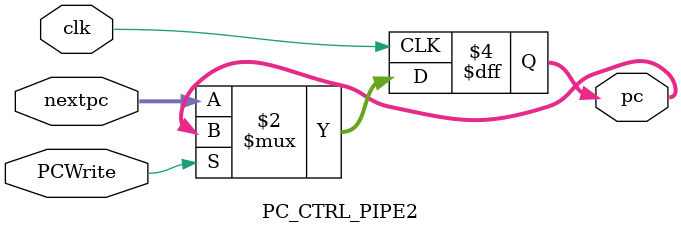
<source format=v>
`timescale 1ns / 1ps


module PC_CTRL_PIPE2(PCWrite, nextpc, clk, pc);
    input clk, PCWrite;
    input [31:0] nextpc;
    output [31:0] pc;
    reg [31:0] pc = 32'd0;
    
    always@(posedge clk) begin
        pc <= (PCWrite)? pc: nextpc;
    end
    
endmodule

</source>
